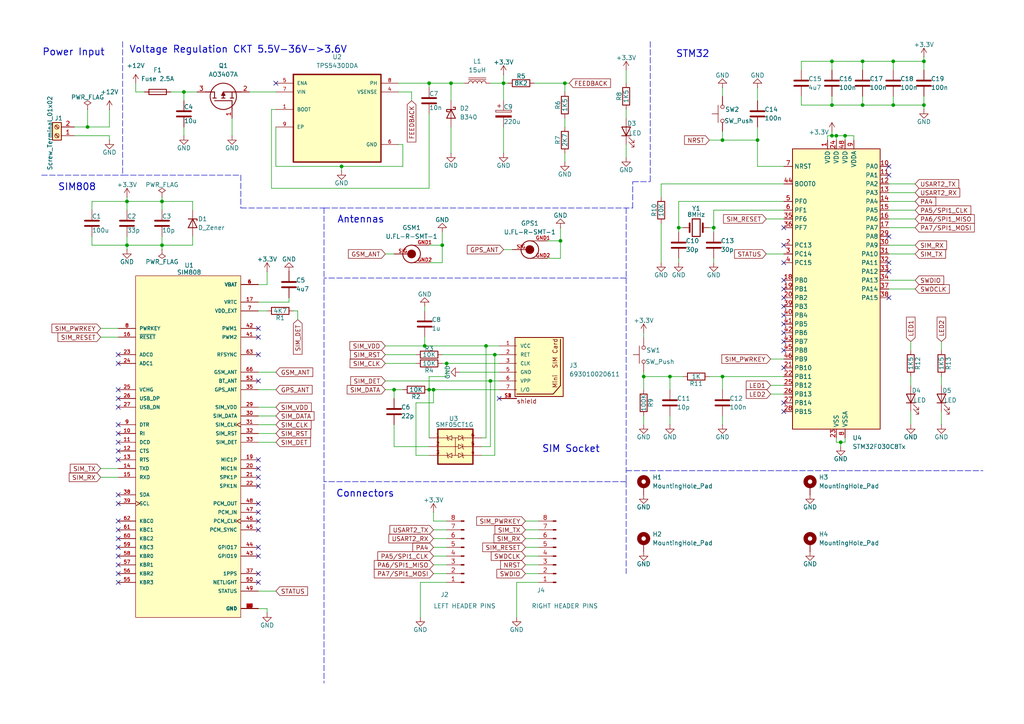
<source format=kicad_sch>
(kicad_sch (version 20250114) (generator "eeschema") (generator_version "9.0")
  (paper "A4")
  (text "Voltage Regulation CKT 5.5V-36V->3.6V" (at 69.088 14.478 0) (effects (font (size 2 2) (thickness 0.254) (bold yes))))
  (text "Connectors" (at 105.918 143.256 0) (effects (font (size 2 2) (thickness 0.254) (bold yes))))
  (text "STM32" (at 200.914 15.748 0) (effects (font (size 2 2) (thickness 0.254) (bold yes))))
  (text "SIM Socket" (at 165.608 130.302 0) (effects (font (size 2 2) (thickness 0.254) (bold yes))))
  (text "Power Input" (at 21.336 15.24 0) (effects (font (size 2 2) (thickness 0.254) (bold yes))))
  (text "SIM808" (at 22.352 54.356 0) (effects (font (size 2 2) (thickness 0.254) (bold yes))))
  (text "Antennas" (at 104.648 63.754 0) (effects (font (size 2 2) (thickness 0.254) (bold yes))))
  (junction (at 129.54 105.41))
  (junction (at 123.19 100.33))
  (junction (at 245.11 39.37))
  (junction (at 242.57 39.37))
  (junction (at 99.06 48.26))
  (junction (at 25.4 36.83))
  (junction (at 114.3 113.03))
  (junction (at 128.27 71.12))
  (junction (at 162.56 69.85))
  (junction (at 124.46 24.13))
  (junction (at 209.55 109.22))
  (junction (at 250.19 17.78))
  (junction (at 250.19 30.48))
  (junction (at 259.08 17.78))
  (junction (at 142.24 110.49))
  (junction (at 219.71 40.64))
  (junction (at 124.46 113.03))
  (junction (at 209.55 40.64))
  (junction (at 53.34 26.67))
  (junction (at 207.01 66.04))
  (junction (at 163.83 24.13))
  (junction (at 140.97 100.33))
  (junction (at 241.3 39.37))
  (junction (at 241.3 17.78))
  (junction (at 46.99 71.12))
  (junction (at 243.84 128.27))
  (junction (at 125.73 113.03))
  (junction (at 143.51 102.87))
  (junction (at 196.85 66.04))
  (junction (at 267.97 30.48))
  (junction (at 130.81 24.13))
  (junction (at 36.83 71.12))
  (junction (at 46.99 58.42))
  (junction (at 194.31 109.22))
  (junction (at 186.69 109.22))
  (junction (at 267.97 17.78))
  (junction (at 241.3 30.48))
  (junction (at 259.08 30.48))
  (junction (at 146.05 24.13))
  (junction (at 36.83 58.42))
  (no_connect (at 227.33 76.2))
  (no_connect (at 257.81 78.74))
  (no_connect (at 34.29 128.27))
  (no_connect (at 74.93 135.89))
  (no_connect (at 80.01 24.13))
  (no_connect (at 227.33 96.52))
  (no_connect (at 227.33 116.84))
  (no_connect (at 74.93 148.59))
  (no_connect (at 34.29 153.67))
  (no_connect (at 74.93 166.37))
  (no_connect (at 257.81 76.2))
  (no_connect (at 74.93 110.49))
  (no_connect (at 74.93 151.13))
  (no_connect (at 34.29 146.05))
  (no_connect (at 227.33 81.28))
  (no_connect (at 227.33 83.82))
  (no_connect (at 74.93 146.05))
  (no_connect (at 257.81 48.26))
  (no_connect (at 34.29 118.11))
  (no_connect (at 227.33 71.12))
  (no_connect (at 34.29 168.91))
  (no_connect (at 257.81 50.8))
  (no_connect (at 74.93 168.91))
  (no_connect (at 34.29 113.03))
  (no_connect (at 34.29 161.29))
  (no_connect (at 34.29 115.57))
  (no_connect (at 34.29 151.13))
  (no_connect (at 257.81 68.58))
  (no_connect (at 227.33 119.38))
  (no_connect (at 227.33 101.6))
  (no_connect (at 227.33 66.04))
  (no_connect (at 74.93 97.79))
  (no_connect (at 227.33 88.9))
  (no_connect (at 227.33 99.06))
  (no_connect (at 227.33 86.36))
  (no_connect (at 34.29 125.73))
  (no_connect (at 74.93 138.43))
  (no_connect (at 74.93 133.35))
  (no_connect (at 227.33 106.68))
  (no_connect (at 227.33 91.44))
  (no_connect (at 34.29 166.37))
  (no_connect (at 34.29 156.21))
  (no_connect (at 34.29 163.83))
  (no_connect (at 144.78 115.57))
  (no_connect (at 34.29 158.75))
  (no_connect (at 34.29 133.35))
  (no_connect (at 74.93 95.25))
  (no_connect (at 257.81 86.36))
  (no_connect (at 74.93 102.87))
  (no_connect (at 34.29 105.41))
  (no_connect (at 74.93 158.75))
  (no_connect (at 74.93 161.29))
  (no_connect (at 74.93 153.67))
  (no_connect (at 74.93 140.97))
  (no_connect (at 34.29 130.81))
  (no_connect (at 34.29 102.87))
  (no_connect (at 34.29 123.19))
  (no_connect (at 34.29 143.51))
  (no_connect (at 227.33 93.98))
  (polyline (pts (xy 181.61 80.645) (xy 181.61 80.645)) (stroke (width 0) (type dash)))
  (wire (pts (xy 163.83 34.29) (xy 163.83 36.83)))
  (wire (pts (xy 86.36 92.71) (xy 86.36 90.17)))
  (wire (pts (xy 74.93 87.63) (xy 83.82 87.63)))
  (wire (pts (xy 55.88 60.96) (xy 55.88 58.42)))
  (wire (pts (xy 139.7 127) (xy 140.97 127)))
  (wire (pts (xy 78.74 31.75) (xy 78.74 54.61)))
  (wire (pts (xy 181.61 20.32) (xy 181.61 24.13)))
  (wire (pts (xy 205.74 109.22) (xy 209.55 109.22)))
  (wire (pts (xy 222.25 63.5) (xy 227.33 63.5)))
  (wire (pts (xy 124.46 132.08) (xy 120.65 132.08)))
  (wire (pts (xy 53.34 26.67) (xy 53.34 29.21)))
  (wire (pts (xy 152.4 166.37) (xy 156.21 166.37)))
  (wire (pts (xy 205.74 40.64) (xy 209.55 40.64)))
  (polyline (pts (xy 181.61 136.525) (xy 285.115 136.525)) (stroke (width 0) (type dash)))
  (wire (pts (xy 209.55 109.22) (xy 227.33 109.22)))
  (wire (pts (xy 125.73 166.37) (xy 129.54 166.37)))
  (wire (pts (xy 143.51 102.87) (xy 144.78 102.87)))
  (wire (pts (xy 152.4 158.75) (xy 156.21 158.75)))
  (wire (pts (xy 125.73 113.03) (xy 144.78 113.03)))
  (wire (pts (xy 111.76 110.49) (xy 142.24 110.49)))
  (wire (pts (xy 158.75 74.93) (xy 162.56 74.93)))
  (wire (pts (xy 242.57 40.64) (xy 242.57 39.37)))
  (wire (pts (xy 74.93 90.17) (xy 77.47 90.17)))
  (wire (pts (xy 207.01 60.96) (xy 227.33 60.96)))
  (wire (pts (xy 123.19 88.9) (xy 123.19 90.17)))
  (wire (pts (xy 74.93 128.27) (xy 80.01 128.27)))
  (wire (pts (xy 124.46 25.4) (xy 124.46 24.13)))
  (wire (pts (xy 124.46 24.13) (xy 115.57 24.13)))
  (wire (pts (xy 116.84 41.91) (xy 115.57 41.91)))
  (wire (pts (xy 162.56 74.93) (xy 162.56 69.85)))
  (wire (pts (xy 53.34 36.83) (xy 53.34 39.37)))
  (wire (pts (xy 111.76 73.66) (xy 114.3 73.66)))
  (wire (pts (xy 128.27 76.2) (xy 128.27 71.12)))
  (wire (pts (xy 80.01 48.26) (xy 99.06 48.26)))
  (wire (pts (xy 257.81 58.42) (xy 265.43 58.42)))
  (wire (pts (xy 154.94 24.13) (xy 163.83 24.13)))
  (wire (pts (xy 80.01 36.83) (xy 80.01 48.26)))
  (wire (pts (xy 223.52 114.3) (xy 227.33 114.3)))
  (wire (pts (xy 267.97 27.94) (xy 267.97 30.48)))
  (wire (pts (xy 124.46 76.2) (xy 128.27 76.2)))
  (wire (pts (xy 46.99 68.58) (xy 46.99 71.12)))
  (wire (pts (xy 139.7 129.54) (xy 142.24 129.54)))
  (wire (pts (xy 124.46 113.03) (xy 125.73 113.03)))
  (wire (pts (xy 55.88 71.12) (xy 46.99 71.12)))
  (wire (pts (xy 259.08 17.78) (xy 259.08 20.32)))
  (wire (pts (xy 264.16 99.06) (xy 264.16 101.6)))
  (polyline (pts (xy 35.56 50.8) (xy 69.85 50.8)) (stroke (width 0) (type dash)))
  (wire (pts (xy 83.82 87.63) (xy 83.82 86.36)))
  (wire (pts (xy 242.57 39.37) (xy 241.3 39.37)))
  (wire (pts (xy 273.05 119.38) (xy 273.05 123.19)))
  (wire (pts (xy 207.01 74.93) (xy 207.01 76.2)))
  (wire (pts (xy 74.93 176.53) (xy 77.47 176.53)))
  (wire (pts (xy 29.21 135.89) (xy 34.29 135.89)))
  (wire (pts (xy 46.99 58.42) (xy 36.83 58.42)))
  (wire (pts (xy 142.24 24.13) (xy 146.05 24.13)))
  (wire (pts (xy 111.76 100.33) (xy 123.19 100.33)))
  (wire (pts (xy 123.19 100.33) (xy 123.19 97.79)))
  (wire (pts (xy 196.85 58.42) (xy 227.33 58.42)))
  (wire (pts (xy 267.97 17.78) (xy 267.97 20.32)))
  (wire (pts (xy 120.65 116.84) (xy 125.73 116.84)))
  (wire (pts (xy 196.85 66.04) (xy 198.12 66.04)))
  (wire (pts (xy 55.88 68.58) (xy 55.88 71.12)))
  (wire (pts (xy 259.08 27.94) (xy 259.08 30.48)))
  (wire (pts (xy 146.05 72.39) (xy 148.59 72.39)))
  (wire (pts (xy 99.06 48.26) (xy 116.84 48.26)))
  (wire (pts (xy 273.05 99.06) (xy 273.05 101.6)))
  (polyline (pts (xy 181.61 80.645) (xy 181.61 139.7)) (stroke (width 0) (type dash)))
  (polyline (pts (xy 181.61 60.325) (xy 181.61 80.645)) (stroke (width 0) (type dash)))
  (wire (pts (xy 25.4 31.75) (xy 25.4 36.83)))
  (wire (pts (xy 130.81 24.13) (xy 134.62 24.13)))
  (wire (pts (xy 186.69 109.22) (xy 186.69 113.03)))
  (wire (pts (xy 124.46 71.12) (xy 128.27 71.12)))
  (wire (pts (xy 36.83 71.12) (xy 36.83 72.39)))
  (wire (pts (xy 152.4 156.21) (xy 156.21 156.21)))
  (wire (pts (xy 129.54 151.13) (xy 125.73 151.13)))
  (polyline (pts (xy 12.065 50.8) (xy 35.56 50.8)) (stroke (width 0) (type dash)))
  (wire (pts (xy 191.77 64.77) (xy 191.77 76.2)))
  (wire (pts (xy 186.69 120.65) (xy 186.69 123.19)))
  (wire (pts (xy 124.46 33.02) (xy 124.46 54.61)))
  (wire (pts (xy 242.57 39.37) (xy 245.11 39.37)))
  (wire (pts (xy 124.46 54.61) (xy 78.74 54.61)))
  (wire (pts (xy 232.41 17.78) (xy 241.3 17.78)))
  (wire (pts (xy 245.11 127) (xy 245.11 128.27)))
  (wire (pts (xy 130.81 36.83) (xy 130.81 44.45)))
  (wire (pts (xy 125.73 158.75) (xy 129.54 158.75)))
  (wire (pts (xy 207.01 66.04) (xy 207.01 67.31)))
  (wire (pts (xy 99.06 48.26) (xy 99.06 49.53)))
  (wire (pts (xy 250.19 17.78) (xy 259.08 17.78)))
  (wire (pts (xy 191.77 53.34) (xy 191.77 57.15)))
  (wire (pts (xy 257.81 71.12) (xy 265.43 71.12)))
  (wire (pts (xy 241.3 38.1) (xy 241.3 39.37)))
  (wire (pts (xy 129.54 105.41) (xy 129.54 109.22)))
  (wire (pts (xy 119.38 26.67) (xy 119.38 29.21)))
  (wire (pts (xy 209.55 109.22) (xy 209.55 113.03)))
  (wire (pts (xy 36.83 57.15) (xy 36.83 58.42)))
  (wire (pts (xy 80.01 31.75) (xy 78.74 31.75)))
  (wire (pts (xy 196.85 58.42) (xy 196.85 66.04)))
  (wire (pts (xy 146.05 21.59) (xy 146.05 24.13)))
  (polyline (pts (xy 181.61 139.7) (xy 181.61 166.37)) (stroke (width 0) (type dash)))
  (wire (pts (xy 257.81 53.34) (xy 265.43 53.34)))
  (polyline (pts (xy 69.85 50.8) (xy 69.85 60.325)) (stroke (width 0) (type dash)))
  (wire (pts (xy 223.52 104.14) (xy 227.33 104.14)))
  (wire (pts (xy 116.84 48.26) (xy 116.84 41.91)))
  (wire (pts (xy 181.61 41.91) (xy 181.61 45.72)))
  (wire (pts (xy 241.3 17.78) (xy 241.3 20.32)))
  (wire (pts (xy 111.76 113.03) (xy 114.3 113.03)))
  (wire (pts (xy 181.61 31.75) (xy 181.61 34.29)))
  (wire (pts (xy 72.39 26.67) (xy 80.01 26.67)))
  (wire (pts (xy 264.16 109.22) (xy 264.16 111.76)))
  (wire (pts (xy 149.86 179.07) (xy 149.86 168.91)))
  (wire (pts (xy 257.81 63.5) (xy 265.43 63.5)))
  (wire (pts (xy 267.97 16.51) (xy 267.97 17.78)))
  (wire (pts (xy 46.99 60.96) (xy 46.99 58.42)))
  (wire (pts (xy 241.3 30.48) (xy 250.19 30.48)))
  (wire (pts (xy 259.08 30.48) (xy 267.97 30.48)))
  (wire (pts (xy 264.16 119.38) (xy 264.16 123.19)))
  (wire (pts (xy 259.08 17.78) (xy 267.97 17.78)))
  (wire (pts (xy 36.83 58.42) (xy 36.83 60.96)))
  (wire (pts (xy 152.4 153.67) (xy 156.21 153.67)))
  (wire (pts (xy 128.27 102.87) (xy 143.51 102.87)))
  (wire (pts (xy 245.11 40.64) (xy 245.11 39.37)))
  (wire (pts (xy 247.65 40.64) (xy 247.65 39.37)))
  (wire (pts (xy 53.34 26.67) (xy 57.15 26.67)))
  (wire (pts (xy 186.69 107.95) (xy 186.69 109.22)))
  (wire (pts (xy 245.11 39.37) (xy 247.65 39.37)))
  (wire (pts (xy 207.01 60.96) (xy 207.01 66.04)))
  (wire (pts (xy 129.54 105.41) (xy 144.78 105.41)))
  (wire (pts (xy 128.27 71.12) (xy 128.27 67.31)))
  (wire (pts (xy 267.97 30.48) (xy 267.97 31.75)))
  (wire (pts (xy 144.78 100.33) (xy 140.97 100.33)))
  (wire (pts (xy 222.25 73.66) (xy 227.33 73.66)))
  (wire (pts (xy 194.31 120.65) (xy 194.31 123.19)))
  (wire (pts (xy 128.27 105.41) (xy 129.54 105.41)))
  (polyline (pts (xy 183.515 60.325) (xy 183.515 52.705)) (stroke (width 0) (type dash)))
  (wire (pts (xy 162.56 69.85) (xy 162.56 66.04)))
  (wire (pts (xy 77.47 82.55) (xy 77.47 78.74)))
  (wire (pts (xy 46.99 71.12) (xy 46.99 72.39)))
  (wire (pts (xy 142.24 110.49) (xy 144.78 110.49)))
  (wire (pts (xy 120.65 132.08) (xy 120.65 116.84)))
  (wire (pts (xy 146.05 24.13) (xy 147.32 24.13)))
  (wire (pts (xy 242.57 127) (xy 242.57 128.27)))
  (polyline (pts (xy 93.98 60.325) (xy 93.98 198.12)) (stroke (width 0) (type dash)))
  (wire (pts (xy 86.36 90.17) (xy 85.09 90.17)))
  (wire (pts (xy 121.92 168.91) (xy 129.54 168.91)))
  (wire (pts (xy 133.35 107.95) (xy 144.78 107.95)))
  (wire (pts (xy 67.31 34.29) (xy 67.31 39.37)))
  (wire (pts (xy 125.73 151.13) (xy 125.73 148.59)))
  (wire (pts (xy 124.46 113.03) (xy 124.46 109.22)))
  (wire (pts (xy 194.31 113.03) (xy 194.31 109.22)))
  (wire (pts (xy 74.93 120.65) (xy 80.01 120.65)))
  (wire (pts (xy 124.46 109.22) (xy 129.54 109.22)))
  (wire (pts (xy 146.05 36.83) (xy 146.05 44.45)))
  (wire (pts (xy 25.4 36.83) (xy 31.75 36.83)))
  (wire (pts (xy 46.99 57.15) (xy 46.99 58.42)))
  (wire (pts (xy 21.59 36.83) (xy 25.4 36.83)))
  (wire (pts (xy 257.81 66.04) (xy 265.43 66.04)))
  (wire (pts (xy 74.93 118.11) (xy 80.01 118.11)))
  (wire (pts (xy 209.55 120.65) (xy 209.55 123.19)))
  (wire (pts (xy 36.83 71.12) (xy 36.83 68.58)))
  (wire (pts (xy 111.76 102.87) (xy 120.65 102.87)))
  (wire (pts (xy 142.24 129.54) (xy 142.24 110.49)))
  (wire (pts (xy 125.73 161.29) (xy 129.54 161.29)))
  (wire (pts (xy 207.01 66.04) (xy 205.74 66.04)))
  (wire (pts (xy 219.71 48.26) (xy 219.71 40.64)))
  (wire (pts (xy 227.33 48.26) (xy 219.71 48.26)))
  (wire (pts (xy 196.85 74.93) (xy 196.85 76.2)))
  (wire (pts (xy 114.3 113.03) (xy 114.3 115.57)))
  (wire (pts (xy 124.46 127) (xy 124.46 113.03)))
  (polyline (pts (xy 188.595 12.065) (xy 188.595 52.705)) (stroke (width 0) (type dash)))
  (wire (pts (xy 273.05 109.22) (xy 273.05 111.76)))
  (wire (pts (xy 240.03 39.37) (xy 241.3 39.37)))
  (wire (pts (xy 29.21 95.25) (xy 34.29 95.25)))
  (wire (pts (xy 152.4 151.13) (xy 156.21 151.13)))
  (wire (pts (xy 250.19 27.94) (xy 250.19 30.48)))
  (polyline (pts (xy 183.515 52.705) (xy 188.595 52.705)) (stroke (width 0) (type dash)))
  (wire (pts (xy 74.93 171.45) (xy 80.01 171.45)))
  (wire (pts (xy 26.67 71.12) (xy 36.83 71.12)))
  (wire (pts (xy 125.73 156.21) (xy 129.54 156.21)))
  (wire (pts (xy 209.55 38.1) (xy 209.55 40.64)))
  (polyline (pts (xy 181.61 80.645) (xy 93.98 80.645)) (stroke (width 0) (type dash)))
  (wire (pts (xy 241.3 17.78) (xy 250.19 17.78)))
  (wire (pts (xy 74.93 123.19) (xy 80.01 123.19)))
  (wire (pts (xy 29.21 97.79) (xy 34.29 97.79)))
  (wire (pts (xy 111.76 105.41) (xy 120.65 105.41)))
  (wire (pts (xy 125.73 153.67) (xy 129.54 153.67)))
  (wire (pts (xy 163.83 24.13) (xy 165.1 24.13)))
  (wire (pts (xy 74.93 125.73) (xy 80.01 125.73)))
  (wire (pts (xy 143.51 132.08) (xy 143.51 102.87)))
  (wire (pts (xy 26.67 60.96) (xy 26.67 58.42)))
  (wire (pts (xy 232.41 20.32) (xy 232.41 17.78)))
  (wire (pts (xy 194.31 109.22) (xy 198.12 109.22)))
  (wire (pts (xy 257.81 55.88) (xy 265.43 55.88)))
  (wire (pts (xy 152.4 161.29) (xy 156.21 161.29)))
  (wire (pts (xy 130.81 24.13) (xy 124.46 24.13)))
  (polyline (pts (xy 35.56 12.065) (xy 35.56 50.8)) (stroke (width 0) (type dash)))
  (wire (pts (xy 55.88 58.42) (xy 46.99 58.42)))
  (wire (pts (xy 257.81 73.66) (xy 265.43 73.66)))
  (wire (pts (xy 29.21 138.43) (xy 34.29 138.43)))
  (wire (pts (xy 46.99 71.12) (xy 36.83 71.12)))
  (wire (pts (xy 241.3 27.94) (xy 241.3 30.48)))
  (wire (pts (xy 31.75 39.37) (xy 31.75 40.64)))
  (wire (pts (xy 250.19 30.48) (xy 259.08 30.48)))
  (wire (pts (xy 163.83 24.13) (xy 163.83 26.67)))
  (wire (pts (xy 209.55 40.64) (xy 219.71 40.64)))
  (wire (pts (xy 191.77 53.34) (xy 227.33 53.34)))
  (wire (pts (xy 257.81 81.28) (xy 265.43 81.28)))
  (wire (pts (xy 49.53 26.67) (xy 53.34 26.67)))
  (wire (pts (xy 31.75 36.83) (xy 31.75 31.75)))
  (wire (pts (xy 114.3 113.03) (xy 116.84 113.03)))
  (polyline (pts (xy 181.61 139.7) (xy 93.98 139.7)) (stroke (width 0) (type dash)))
  (wire (pts (xy 140.97 127) (xy 140.97 100.33)))
  (wire (pts (xy 140.97 100.33) (xy 123.19 100.33)))
  (wire (pts (xy 124.46 129.54) (xy 114.3 129.54)))
  (wire (pts (xy 219.71 40.64) (xy 219.71 36.83)))
  (wire (pts (xy 74.93 82.55) (xy 77.47 82.55)))
  (wire (pts (xy 152.4 163.83) (xy 156.21 163.83)))
  (wire (pts (xy 186.69 96.52) (xy 186.69 97.79)))
  (wire (pts (xy 21.59 39.37) (xy 31.75 39.37)))
  (wire (pts (xy 125.73 116.84) (xy 125.73 113.03)))
  (wire (pts (xy 158.75 69.85) (xy 162.56 69.85)))
  (wire (pts (xy 130.81 29.21) (xy 130.81 24.13)))
  (polyline (pts (xy 69.85 60.325) (xy 93.98 60.325)) (stroke (width 0) (type dash)))
  (wire (pts (xy 219.71 25.4) (xy 219.71 29.21)))
  (wire (pts (xy 232.41 30.48) (xy 241.3 30.48)))
  (wire (pts (xy 209.55 25.4) (xy 209.55 27.94)))
  (wire (pts (xy 74.93 113.03) (xy 80.01 113.03)))
  (wire (pts (xy 41.91 26.67) (xy 39.37 26.67)))
  (wire (pts (xy 240.03 39.37) (xy 240.03 40.64)))
  (wire (pts (xy 257.81 60.96) (xy 265.43 60.96)))
  (wire (pts (xy 125.73 163.83) (xy 129.54 163.83)))
  (wire (pts (xy 74.93 107.95) (xy 80.01 107.95)))
  (wire (pts (xy 243.84 128.27) (xy 245.11 128.27)))
  (wire (pts (xy 250.19 17.78) (xy 250.19 20.32)))
  (wire (pts (xy 114.3 129.54) (xy 114.3 123.19)))
  (wire (pts (xy 115.57 26.67) (xy 119.38 26.67)))
  (wire (pts (xy 232.41 27.94) (xy 232.41 30.48)))
  (wire (pts (xy 223.52 111.76) (xy 227.33 111.76)))
  (wire (pts (xy 39.37 26.67) (xy 39.37 24.13)))
  (wire (pts (xy 257.81 83.82) (xy 265.43 83.82)))
  (wire (pts (xy 121.92 179.07) (xy 121.92 168.91)))
  (wire (pts (xy 196.85 66.04) (xy 196.85 67.31)))
  (wire (pts (xy 186.69 109.22) (xy 194.31 109.22)))
  (wire (pts (xy 26.67 68.58) (xy 26.67 71.12)))
  (wire (pts (xy 149.86 168.91) (xy 156.21 168.91)))
  (wire (pts (xy 242.57 128.27) (xy 243.84 128.27)))
  (wire (pts (xy 26.67 58.42) (xy 36.83 58.42)))
  (wire (pts (xy 146.05 24.13) (xy 146.05 29.21)))
  (wire (pts (xy 139.7 132.08) (xy 143.51 132.08)))
  (wire (pts (xy 163.83 44.45) (xy 163.83 46.99)))
  (wire (pts (xy 243.84 128.27) (xy 243.84 129.54)))
  (wire (pts (xy 77.47 176.53) (xy 77.47 177.8)))
  (polyline (pts (xy 93.98 60.325) (xy 183.515 60.325)) (stroke (width 0) (type dash)))
  (global_label "SIM_TX" (shape input) (at 29.21 135.89 180) (property "Intersheetrefs" "${INTERSHEET_REFS}" (effects (hide yes))))
  (global_label "PA6{slash}SPI1_MISO" (shape input) (at 125.73 163.83 180) (property "Intersheetrefs" "${INTERSHEET_REFS}" (effects (hide yes))))
  (global_label "SIM_DET" (shape input) (at 86.36 92.71 270) (property "Intersheetrefs" "${INTERSHEET_REFS}" (effects (hide yes))))
  (global_label "LED1" (shape input) (at 223.52 111.76 180) (property "Intersheetrefs" "${INTERSHEET_REFS}" (effects (hide yes))))
  (global_label "PA7{slash}SPI1_MOSI" (shape input) (at 125.73 166.37 180) (property "Intersheetrefs" "${INTERSHEET_REFS}" (effects (hide yes))))
  (global_label "SIM_RST" (shape input) (at 111.76 102.87 180) (property "Intersheetrefs" "${INTERSHEET_REFS}" (effects (hide yes))))
  (global_label "SIM_PWRKEY" (shape input) (at 152.4 151.13 180) (property "Intersheetrefs" "${INTERSHEET_REFS}" (effects (hide yes))))
  (global_label "SIM_RST" (shape input) (at 80.01 125.73 0) (property "Intersheetrefs" "${INTERSHEET_REFS}" (effects (hide yes))))
  (global_label "SIM_RESET" (shape input) (at 222.25 63.5 180) (property "Intersheetrefs" "${INTERSHEET_REFS}" (effects (hide yes))))
  (global_label "SIM_PWRKEY" (shape input) (at 29.21 95.25 180) (property "Intersheetrefs" "${INTERSHEET_REFS}" (effects (hide yes))))
  (global_label "GPS_ANT" (shape input) (at 80.01 113.03 0) (property "Intersheetrefs" "${INTERSHEET_REFS}" (effects (hide yes))))
  (global_label "PA6{slash}SPI1_MISO" (shape input) (at 265.43 63.5 0) (property "Intersheetrefs" "${INTERSHEET_REFS}" (effects (hide yes))))
  (global_label "SIM_DATA" (shape input) (at 111.76 113.03 180) (property "Intersheetrefs" "${INTERSHEET_REFS}" (effects (hide yes))))
  (global_label "SIM_DET" (shape input) (at 80.01 128.27 0) (property "Intersheetrefs" "${INTERSHEET_REFS}" (effects (hide yes))))
  (global_label "LED2" (shape input) (at 223.52 114.3 180) (property "Intersheetrefs" "${INTERSHEET_REFS}" (effects (hide yes))))
  (global_label "SIM_TX" (shape input) (at 152.4 153.67 180) (property "Intersheetrefs" "${INTERSHEET_REFS}" (effects (hide yes))))
  (global_label "SIM_VDD" (shape input) (at 80.01 118.11 0) (property "Intersheetrefs" "${INTERSHEET_REFS}" (effects (hide yes))))
  (global_label "SIM_CLK" (shape input) (at 80.01 123.19 0) (property "Intersheetrefs" "${INTERSHEET_REFS}" (effects (hide yes))))
  (global_label "SWDIO" (shape input) (at 152.4 166.37 180) (property "Intersheetrefs" "${INTERSHEET_REFS}" (effects (hide yes))))
  (global_label "SWDIO" (shape input) (at 265.43 81.28 0) (property "Intersheetrefs" "${INTERSHEET_REFS}" (effects (hide yes))))
  (global_label "PA7{slash}SPI1_MOSI" (shape input) (at 265.43 66.04 0) (property "Intersheetrefs" "${INTERSHEET_REFS}" (effects (hide yes))))
  (global_label "LED2" (shape input) (at 273.05 99.06 90) (property "Intersheetrefs" "${INTERSHEET_REFS}" (effects (hide yes))))
  (global_label "SIM_RX" (shape input) (at 152.4 156.21 180) (property "Intersheetrefs" "${INTERSHEET_REFS}" (effects (hide yes))))
  (global_label "FEEDBACK" (shape input) (at 165.1 24.13 0) (property "Intersheetrefs" "${INTERSHEET_REFS}" (effects (hide yes))))
  (global_label "PA5{slash}SPI1_CLK" (shape input) (at 125.73 161.29 180) (property "Intersheetrefs" "${INTERSHEET_REFS}" (effects (hide yes))))
  (global_label "SIM_RESET" (shape input) (at 152.4 158.75 180) (property "Intersheetrefs" "${INTERSHEET_REFS}" (effects (hide yes))))
  (global_label "SIM_DET" (shape input) (at 111.76 110.49 180) (property "Intersheetrefs" "${INTERSHEET_REFS}" (effects (hide yes))))
  (global_label "GPS_ANT" (shape input) (at 146.05 72.39 180) (property "Intersheetrefs" "${INTERSHEET_REFS}" (effects (hide yes))))
  (global_label "SWDCLK" (shape input) (at 265.43 83.82 0) (property "Intersheetrefs" "${INTERSHEET_REFS}" (effects (hide yes))))
  (global_label "USART2_TX" (shape input) (at 125.73 153.67 180) (property "Intersheetrefs" "${INTERSHEET_REFS}" (effects (hide yes))))
  (global_label "GSM_ANT" (shape input) (at 80.01 107.95 0) (property "Intersheetrefs" "${INTERSHEET_REFS}" (effects (hide yes))))
  (global_label "USART2_RX" (shape input) (at 125.73 156.21 180) (property "Intersheetrefs" "${INTERSHEET_REFS}" (effects (hide yes))))
  (global_label "PA4" (shape input) (at 125.73 158.75 180) (property "Intersheetrefs" "${INTERSHEET_REFS}" (effects (hide yes))))
  (global_label "USART2_TX" (shape input) (at 265.43 53.34 0) (property "Intersheetrefs" "${INTERSHEET_REFS}" (effects (hide yes))))
  (global_label "SIM_VDD" (shape input) (at 111.76 100.33 180) (property "Intersheetrefs" "${INTERSHEET_REFS}" (effects (hide yes))))
  (global_label "STATUS" (shape input) (at 80.01 171.45 0) (property "Intersheetrefs" "${INTERSHEET_REFS}" (effects (hide yes))))
  (global_label "SIM_RX" (shape input) (at 29.21 138.43 180) (property "Intersheetrefs" "${INTERSHEET_REFS}" (effects (hide yes))))
  (global_label "PA4" (shape input) (at 265.43 58.42 0) (property "Intersheetrefs" "${INTERSHEET_REFS}" (effects (hide yes))))
  (global_label "LED1" (shape input) (at 264.16 99.06 90) (property "Intersheetrefs" "${INTERSHEET_REFS}" (effects (hide yes))))
  (global_label "GSM_ANT" (shape input) (at 111.76 73.66 180) (property "Intersheetrefs" "${INTERSHEET_REFS}" (effects (hide yes))))
  (global_label "USART2_RX" (shape input) (at 265.43 55.88 0) (property "Intersheetrefs" "${INTERSHEET_REFS}" (effects (hide yes))))
  (global_label "PA5{slash}SPI1_CLK" (shape input) (at 265.43 60.96 0) (property "Intersheetrefs" "${INTERSHEET_REFS}" (effects (hide yes))))
  (global_label "SIM_PWRKEY" (shape input) (at 223.52 104.14 180) (property "Intersheetrefs" "${INTERSHEET_REFS}" (effects (hide yes))))
  (global_label "FEEDBACK" (shape input) (at 119.38 29.21 270) (property "Intersheetrefs" "${INTERSHEET_REFS}" (effects (hide yes))))
  (global_label "SIM_RESET" (shape input) (at 29.21 97.79 180) (property "Intersheetrefs" "${INTERSHEET_REFS}" (effects (hide yes))))
  (global_label "SWDCLK" (shape input) (at 152.4 161.29 180) (property "Intersheetrefs" "${INTERSHEET_REFS}" (effects (hide yes))))
  (global_label "SIM_CLK" (shape input) (at 111.76 105.41 180) (property "Intersheetrefs" "${INTERSHEET_REFS}" (effects (hide yes))))
  (global_label "NRST" (shape input) (at 205.74 40.64 180) (property "Intersheetrefs" "${INTERSHEET_REFS}" (effects (hide yes))))
  (global_label "SIM_DATA" (shape input) (at 80.01 120.65 0) (property "Intersheetrefs" "${INTERSHEET_REFS}" (effects (hide yes))))
  (global_label "STATUS" (shape input) (at 222.25 73.66 180) (property "Intersheetrefs" "${INTERSHEET_REFS}" (effects (hide yes))))
  (global_label "SIM_TX" (shape input) (at 265.43 73.66 0) (property "Intersheetrefs" "${INTERSHEET_REFS}" (effects (hide yes))))
  (global_label "SIM_RX" (shape input) (at 265.43 71.12 0) (property "Intersheetrefs" "${INTERSHEET_REFS}" (effects (hide yes))))
  (global_label "NRST" (shape input) (at 152.4 163.83 180) (property "Intersheetrefs" "${INTERSHEET_REFS}" (effects (hide yes))))
  (symbol (lib_id "power:GND") (at 146.05 44.45 0) (unit 1)
    (property "Reference" "#PWR011" (effects (hide yes)))
    (property "Value" "GND" (at 146.05 48.006 0))
    (property "Description" "Power symbol creates a global label with name \"GND\" , ground" (effects (hide yes)))
  )
  (symbol (lib_id "Device:C") (at 241.3 24.13 0) (unit 1)
    (property "Reference" "C16" (at 243.332 22.86 0) (effects (justify left)))
    (property "Value" "100n" (at 243.332 25.4 0) (effects (justify left)))
    (property "Footprint" "Capacitor_SMD:C_0402_1005Metric" (effects (hide yes)))
    (property "Description" "Unpolarized capacitor" (effects (hide yes)))
  )
  (symbol (lib_id "power:GND") (at 163.83 46.99 0) (unit 1)
    (property "Reference" "#PWR013" (effects (hide yes)))
    (property "Value" "GND" (at 163.83 50.546 0))
    (property "Description" "Power symbol creates a global label with name \"GND\" , ground" (effects (hide yes)))
  )
  (symbol (lib_id "Device:LED") (at 181.61 38.1 90) (unit 1)
    (property "Reference" "D3" (at 181.864 35.814 90) (effects (justify right)))
    (property "Value" "LED" (at 182.372 38.608 90) (effects (justify right)))
    (property "Footprint" "LED_SMD:LED_0201_0603Metric" (effects (hide yes)))
    (property "Description" "Light emitting diode" (effects (hide yes)))
    (property "Sim.Pins" "1=K 2=A" (effects (hide yes)))
  )
  (symbol (lib_id "power:GND") (at 191.77 76.2 0) (unit 1)
    (property "Reference" "#PWR022" (effects (hide yes)))
    (property "Value" "GND" (at 191.77 79.756 0))
    (property "Description" "Power symbol creates a global label with name \"GND\" , ground" (effects (hide yes)))
  )
  (symbol (lib_id "power:GND") (at 273.05 123.19 0) (unit 1)
    (property "Reference" "#PWR032" (effects (hide yes)))
    (property "Value" "GND" (at 273.05 126.746 0))
    (property "Description" "Power symbol creates a global label with name \"GND\" , ground" (effects (hide yes)))
  )
  (symbol (lib_id "Device:R") (at 151.13 24.13 90) (unit 1)
    (property "Reference" "R5" (at 151.13 22.098 90))
    (property "Value" "8K2" (at 151.13 24.13 90))
    (property "Footprint" "Resistor_SMD:R_0805_2012Metric" (effects (hide yes)))
    (property "Description" "Resistor" (effects (hide yes)))
  )
  (symbol (lib_id "power:GND") (at 149.86 179.07 0) (unit 1)
    (property "Reference" "#PWR036" (effects (hide yes)))
    (property "Value" "GND" (at 149.86 182.626 0))
    (property "Description" "Power symbol creates a global label with name \"GND\" , ground" (effects (hide yes)))
  )
  (symbol (lib_id "TPS5430DDA:TPS5430DDA") (at 97.79 34.29 0) (unit 1)
    (property "Reference" "U2" (at 97.79 16.51 0))
    (property "Value" "TPS5430DDA" (at 97.79 19.05 0))
    (property "Footprint" "Footprints:VREG_LM5017MR_NOPB" (effects (hide yes)))
    (property "MF" "Texas Instruments" (effects (hide yes)))
    (property "Description_1" "5.5V to 36V Input, 3A, 500kHz Step-Down Converter" (effects (hide yes)))
    (property "Package" "HSOIC-8 Texas Instruments" (effects (hide yes)))
    (property "Price" "None" (effects (hide yes)))
    (property "SnapEDA_Link" "https://www.snapeda.com/parts/TPS5430DDA/Texas+Instruments/view-part/?ref=snap" (effects (hide yes)))
    (property "MP" "TPS5430DDA" (effects (hide yes)))
    (property "Purchase-URL" "https://www.snapeda.com/api/url_track_click_mouser/?unipart_id=226174&manufacturer=Texas Instruments&part_name=TPS5430DDA&search_term=tps5430dda" (effects (hide yes)))
    (property "Availability" "In Stock" (effects (hide yes)))
    (property "Check_prices" "https://www.snapeda.com/parts/TPS5430DDA/Texas+Instruments/view-part/?ref=eda" (effects (hide yes)))
  )
  (symbol (lib_id "power:GND") (at 77.47 177.8 0) (unit 1)
    (property "Reference" "#PWR05" (effects (hide yes)))
    (property "Value" "GND" (at 77.47 181.356 0))
    (property "Description" "Power symbol creates a global label with name \"GND\" , ground" (effects (hide yes)))
  )
  (symbol (lib_id "power:GND") (at 31.75 40.64 0) (unit 1)
    (property "Reference" "#PWR034" (effects (hide yes)))
    (property "Value" "GND" (at 31.75 44.196 0))
    (property "Description" "Power symbol creates a global label with name \"GND\" , ground" (effects (hide yes)))
  )
  (symbol (lib_id "Device:C") (at 114.3 119.38 0) (unit 1)
    (property "Reference" "C6" (at 116.332 118.11 0) (effects (justify left)))
    (property "Value" "22p" (at 116.332 120.65 0) (effects (justify left)))
    (property "Footprint" "Capacitor_SMD:C_0402_1005Metric" (effects (hide yes)))
    (property "Description" "Unpolarized capacitor" (effects (hide yes)))
  )
  (symbol (lib_id "Device:R") (at 120.65 113.03 270) (unit 1)
    (property "Reference" "R2" (at 120.65 115.062 90))
    (property "Value" "10K" (at 120.65 113.03 90))
    (property "Footprint" "Resistor_SMD:R_0402_1005Metric" (effects (hide yes)))
    (property "Description" "Resistor" (effects (hide yes)))
  )
  (symbol (lib_id "Device:R") (at 81.28 90.17 90) (unit 1)
    (property "Reference" "R1" (at 81.28 92.202 90))
    (property "Value" "4K7" (at 81.28 90.17 90))
    (property "Footprint" "Resistor_SMD:R_0402_1005Metric" (effects (hide yes)))
    (property "Description" "Resistor" (effects (hide yes)))
  )
  (symbol (lib_id "Device:C") (at 26.67 64.77 0) (unit 1)
    (property "Reference" "C1" (at 26.67 62.738 0) (effects (justify left)))
    (property "Value" "100u" (at 26.67 66.802 0) (effects (justify left)))
    (property "Footprint" "Capacitor_SMD:C_1206_3216Metric" (effects (hide yes)))
    (property "Description" "Unpolarized capacitor" (effects (hide yes)))
  )
  (symbol (lib_id "MCU_ST_STM32F0:STM32F030C8Tx") (at 242.57 83.82 0) (unit 1)
    (property "Reference" "U4" (at 247.2533 127 0) (effects (justify left)))
    (property "Value" "STM32F030C8Tx" (at 247.2533 129.54 0) (effects (justify left)))
    (property "Footprint" "Package_QFP:LQFP-48_7x7mm_P0.5mm" (effects (hide yes)))
    (property "Datasheet" "https://www.st.com/resource/en/datasheet/stm32f030c8.pdf" (effects (hide yes)))
    (property "Description" "STMicroelectronics Arm Cortex-M0 MCU, 64KB flash, 8KB RAM, 48 MHz, 2.4-3.6V, 39 GPIO, LQFP48" (effects (hide yes)))
  )
  (symbol (lib_id "power:GND") (at 53.34 39.37 0) (unit 1)
    (property "Reference" "#PWR07" (effects (hide yes)))
    (property "Value" "GND" (at 53.34 42.926 0))
    (property "Description" "Power symbol creates a global label with name \"GND\" , ground" (effects (hide yes)))
  )
  (symbol (lib_id "power:+3.3V") (at 186.69 96.52 0) (unit 1)
    (property "Reference" "#PWR024" (effects (hide yes)))
    (property "Value" "+3.3V" (at 186.69 92.964 0))
    (property "Description" "Power symbol creates a global label with name \"+3.3V\"" (effects (hide yes)))
  )
  (symbol (lib_id "power:GND") (at 186.69 123.19 0) (unit 1)
    (property "Reference" "#PWR025" (effects (hide yes)))
    (property "Value" "GND" (at 186.69 126.746 0))
    (property "Description" "Power symbol creates a global label with name \"GND\" , ground" (effects (hide yes)))
  )
  (symbol (lib_id "power:PWR_FLAG") (at 46.99 72.39 180) (unit 1)
    (property "Reference" "#FLG02" (effects (hide yes)))
    (property "Value" "PWR_FLAG" (at 46.99 75.946 0))
    (property "Description" "Special symbol for telling ERC where power comes from" (effects (hide yes)))
  )
  (symbol (lib_id "power:+3.3V") (at 181.61 20.32 0) (unit 1)
    (property "Reference" "#PWR015" (effects (hide yes)))
    (property "Value" "+3.3V" (at 181.61 16.764 0))
    (property "Description" "Power symbol creates a global label with name \"+3.3V\"" (effects (hide yes)))
  )
  (symbol (lib_id "power:GND") (at 67.31 39.37 0) (unit 1)
    (property "Reference" "#PWR06" (effects (hide yes)))
    (property "Value" "GND" (at 67.31 42.926 0))
    (property "Description" "Power symbol creates a global label with name \"GND\" , ground" (effects (hide yes)))
  )
  (symbol (lib_id "power:GND") (at 36.83 72.39 0) (unit 1)
    (property "Reference" "#PWR04" (effects (hide yes)))
    (property "Value" "GND" (at 36.83 75.946 0))
    (property "Description" "Power symbol creates a global label with name \"GND\" , ground" (effects (hide yes)))
  )
  (symbol (lib_id "Device:R") (at 124.46 105.41 270) (unit 1)
    (property "Reference" "R4" (at 124.46 107.442 90))
    (property "Value" "10K" (at 124.46 105.41 90))
    (property "Footprint" "Resistor_SMD:R_0402_1005Metric" (effects (hide yes)))
    (property "Description" "Resistor" (effects (hide yes)))
  )
  (symbol (lib_id "Device:L_Iron") (at 138.43 24.13 90) (unit 1)
    (property "Reference" "L1" (at 138.43 17.78 90))
    (property "Value" "15uH" (at 138.43 20.32 90))
    (property "Footprint" "Inductor_SMD:L_10.4x10.4_H4.8" (effects (hide yes)))
    (property "Description" "Inductor with iron core" (effects (hide yes)))
  )
  (symbol (lib_id "power:GND") (at 194.31 123.19 0) (unit 1)
    (property "Reference" "#PWR026" (effects (hide yes)))
    (property "Value" "GND" (at 194.31 126.746 0))
    (property "Description" "Power symbol creates a global label with name \"GND\" , ground" (effects (hide yes)))
  )
  (symbol (lib_id "AO3407A:AO3407A") (at 67.31 34.29 90) (unit 1)
    (property "Reference" "Q1" (at 64.77 19.05 90))
    (property "Value" "AO3407A" (at 64.77 21.59 90))
    (property "Footprint" "Footprints:SOT95P280X125-3N" (effects (hide yes)))
    (property "Datasheet" "http://www.aosmd.com/pdfs/datasheet/ao3407a.pdf" (effects (hide yes)))
    (property "Description" "MOSFET P-CH 30V 4.3A SOT23" (effects (hide yes)))
    (property "Height" "1.25" (effects (hide yes)))
    (property "Manufacturer_Name" "Alpha & Omega Semiconductors" (effects (hide yes)))
    (property "Manufacturer_Part_Number" "AO3407A" (effects (hide yes)))
    (property "Arrow Part Number" "AO3407A" (effects (hide yes)))
    (property "Arrow Price/Stock" "https://www.arrow.com/en/products/ao3407a/alpha-and-omega-semiconductor?utm_currency=USD&region=nac" (effects (hide yes)))
  )
  (symbol (lib_id "Device:C") (at 196.85 71.12 0) (unit 1)
    (property "Reference" "C10" (at 198.882 69.85 0) (effects (justify left)))
    (property "Value" "30p" (at 198.882 72.39 0) (effects (justify left)))
    (property "Footprint" "Capacitor_SMD:C_0402_1005Metric" (effects (hide yes)))
    (property "Description" "Unpolarized capacitor" (effects (hide yes)))
  )
  (symbol (lib_id "Device:C") (at 36.83 64.77 0) (unit 1)
    (property "Reference" "C2" (at 36.83 62.738 0) (effects (justify left)))
    (property "Value" "33p" (at 36.83 66.802 0) (effects (justify left)))
    (property "Footprint" "Capacitor_SMD:C_0402_1005Metric" (effects (hide yes)))
    (property "Description" "Unpolarized capacitor" (effects (hide yes)))
  )
  (symbol (lib_id "Device:C") (at 123.19 93.98 0) (unit 1)
    (property "Reference" "C8" (at 125.222 92.71 0) (effects (justify left)))
    (property "Value" "1u" (at 125.222 95.25 0) (effects (justify left)))
    (property "Footprint" "Capacitor_SMD:C_0402_1005Metric" (effects (hide yes)))
    (property "Description" "Unpolarized capacitor" (effects (hide yes)))
  )
  (symbol (lib_id "power:GND") (at 99.06 49.53 0) (unit 1)
    (property "Reference" "#PWR09" (effects (hide yes)))
    (property "Value" "GND" (at 99.06 53.086 0))
    (property "Description" "Power symbol creates a global label with name \"GND\" , ground" (effects (hide yes)))
  )
  (symbol (lib_id "Device:LED") (at 264.16 115.57 90) (unit 1)
    (property "Reference" "D4" (at 264.414 113.284 90) (effects (justify right)))
    (property "Value" "LED" (at 264.922 116.078 90) (effects (justify right)))
    (property "Footprint" "LED_SMD:LED_0201_0603Metric" (effects (hide yes)))
    (property "Description" "Light emitting diode" (effects (hide yes)))
    (property "Sim.Pins" "1=K 2=A" (effects (hide yes)))
  )
  (symbol (lib_id "power:+3.3V") (at 267.97 16.51 0) (unit 1)
    (property "Reference" "#PWR029" (effects (hide yes)))
    (property "Value" "+3.3V" (at 267.97 12.954 0))
    (property "Description" "Power symbol creates a global label with name \"+3.3V\"" (effects (hide yes)))
  )
  (symbol (lib_id "Device:C") (at 53.34 33.02 0) (unit 1)
    (property "Reference" "C4" (at 53.34 30.988 0) (effects (justify left)))
    (property "Value" "10u" (at 53.34 35.052 0) (effects (justify left)))
    (property "Footprint" "Capacitor_SMD:C_0805_2012Metric" (effects (hide yes)))
    (property "Description" "Unpolarized capacitor" (effects (hide yes)))
  )
  (symbol (lib_id "Device:R") (at 163.83 40.64 180) (unit 1)
    (property "Reference" "R7" (at 161.798 40.64 90))
    (property "Value" "2K7" (at 163.83 40.64 90))
    (property "Footprint" "Resistor_SMD:R_0805_2012Metric" (effects (hide yes)))
    (property "Description" "Resistor" (effects (hide yes)))
  )
  (symbol (lib_id "Connector:Screw_Terminal_01x02") (at 16.51 39.37 180) (unit 1)
    (property "Reference" "J1" (at 17.018 34.29 0))
    (property "Value" "Screw_Terminal_01x02" (at 14.478 38.608 90))
    (property "Footprint" "TerminalBlock:TerminalBlock_bornier-2_P5.08mm" (effects (hide yes)))
    (property "Description" "Generic screw terminal, single row, 01x02, script generated (kicad-library-utils/schlib/autogen/connector/)" (effects (hide yes)))
  )
  (symbol (lib_id "Device:C") (at 209.55 116.84 0) (unit 1)
    (property "Reference" "C12" (at 211.582 115.57 0) (effects (justify left)))
    (property "Value" "100n" (at 211.582 118.11 0) (effects (justify left)))
    (property "Footprint" "Capacitor_SMD:C_0402_1005Metric" (effects (hide yes)))
    (property "Description" "Unpolarized capacitor" (effects (hide yes)))
  )
  (symbol (lib_id "Switch:SW_Push") (at 186.69 102.87 90) (unit 1)
    (property "Reference" "SW1" (at 187.452 101.6 90) (effects (justify right)))
    (property "Value" "SW_Push" (at 187.198 104.902 90) (effects (justify right)))
    (property "Footprint" "Button_Switch_SMD:SW_Push_1P1T_NO_CK_KSC6xxJ" (effects (hide yes)))
    (property "Description" "Push button switch, generic, two pins" (effects (hide yes)))
  )
  (symbol (lib_id "power:GND") (at 196.85 76.2 0) (unit 1)
    (property "Reference" "#PWR018" (effects (hide yes)))
    (property "Value" "GND" (at 196.85 79.756 0))
    (property "Description" "Power symbol creates a global label with name \"GND\" , ground" (effects (hide yes)))
  )
  (symbol (lib_id "power:+3.3V") (at 241.3 38.1 0) (unit 1)
    (property "Reference" "#PWR023" (effects (hide yes)))
    (property "Value" "+3.3V" (at 237.49 38.354 0))
    (property "Description" "Power symbol creates a global label with name \"+3.3V\"" (effects (hide yes)))
  )
  (symbol (lib_id "Device:C") (at 124.46 29.21 0) (unit 1)
    (property "Reference" "C7" (at 124.46 27.178 0) (effects (justify left)))
    (property "Value" "10n" (at 124.46 31.242 0) (effects (justify left)))
    (property "Footprint" "Capacitor_SMD:C_0201_0603Metric" (effects (hide yes)))
    (property "Description" "Unpolarized capacitor" (effects (hide yes)))
  )
  (symbol (lib_id "Device:R") (at 124.46 102.87 270) (unit 1)
    (property "Reference" "R3" (at 124.46 101.092 90))
    (property "Value" "10K" (at 124.46 102.87 90))
    (property "Footprint" "Resistor_SMD:R_0402_1005Metric" (effects (hide yes)))
    (property "Description" "Resistor" (effects (hide yes)))
  )
  (symbol (lib_id "Device:Crystal") (at 201.93 66.04 0) (unit 1)
    (property "Reference" "Y1" (at 201.93 60.452 0))
    (property "Value" "8MHz" (at 201.93 62.23 0))
    (property "Footprint" "Crystal:Crystal_SMD_5032-2Pin_5.0x3.2mm" (effects (hide yes)))
    (property "Description" "Two pin crystal" (effects (hide yes)))
  )
  (symbol (lib_id "power:GND") (at 128.27 67.31 180) (unit 1)
    (property "Reference" "#PWR038" (effects (hide yes)))
    (property "Value" "GND" (at 128.27 63.754 0))
    (property "Description" "Power symbol creates a global label with name \"GND\" , ground" (effects (hide yes)))
  )
  (symbol (lib_id "power:GND") (at 219.71 25.4 180) (unit 1)
    (property "Reference" "#PWR021" (effects (hide yes)))
    (property "Value" "GND" (at 219.71 21.844 0))
    (property "Description" "Power symbol creates a global label with name \"GND\" , ground" (effects (hide yes)))
  )
  (symbol (lib_id "power:GND") (at 186.69 160.02 0) (unit 1)
    (property "Reference" "#PWR042" (effects (hide yes)))
    (property "Value" "GND" (at 186.69 163.576 0))
    (property "Description" "Power symbol creates a global label with name \"GND\" , ground" (effects (hide yes)))
  )
  (symbol (lib_id "power:GND") (at 234.95 143.51 0) (unit 1)
    (property "Reference" "#PWR041" (effects (hide yes)))
    (property "Value" "GND" (at 234.95 147.066 0))
    (property "Description" "Power symbol creates a global label with name \"GND\" , ground" (effects (hide yes)))
  )
  (symbol (lib_id "power:+3.3V") (at 146.05 21.59 0) (unit 1)
    (property "Reference" "#PWR012" (effects (hide yes)))
    (property "Value" "+3.3V" (at 146.05 18.034 0))
    (property "Description" "Power symbol creates a global label with name \"+3.3V\"" (effects (hide yes)))
  )
  (symbol (lib_id "Connector:Conn_01x08_Pin") (at 134.62 161.29 180) (unit 1)
    (property "Reference" "J2" (at 127.762 172.466 0) (effects (justify right)))
    (property "Value" "LEFT HEADER PINS" (at 125.73 175.768 0) (effects (justify right)))
    (property "Footprint" "Connector_PinHeader_2.54mm:PinHeader_1x08_P2.54mm_Vertical" (effects (hide yes)))
    (property "Description" "Generic connector, single row, 01x08, script generated" (effects (hide yes)))
  )
  (symbol (lib_id "power:PWR_FLAG") (at 25.4 31.75 0) (unit 1)
    (property "Reference" "#FLG03" (effects (hide yes)))
    (property "Value" "PWR_FLAG" (at 25.4 28.194 0))
    (property "Description" "Special symbol for telling ERC where power comes from" (effects (hide yes)))
  )
  (symbol (lib_id "power:GND") (at 123.19 88.9 180) (unit 1)
    (property "Reference" "#PWR016" (effects (hide yes)))
    (property "Value" "GND" (at 123.19 85.344 0))
    (property "Description" "Power symbol creates a global label with name \"GND\" , ground" (effects (hide yes)))
  )
  (symbol (lib_id "Device:C") (at 46.99 64.77 0) (unit 1)
    (property "Reference" "C3" (at 46.99 62.738 0) (effects (justify left)))
    (property "Value" "10p" (at 46.99 66.802 0) (effects (justify left)))
    (property "Footprint" "Capacitor_SMD:C_0402_1005Metric" (effects (hide yes)))
    (property "Description" "Unpolarized capacitor" (effects (hide yes)))
  )
  (symbol (lib_id "Device:C_Polarized") (at 146.05 33.02 0) (unit 1)
    (property "Reference" "C9" (at 146.05 30.988 0) (effects (justify left)))
    (property "Value" "220u" (at 146.05 35.306 0) (effects (justify left)))
    (property "Footprint" "Capacitor_Tantalum_SMD:CP_EIA-7343-15_Kemet-W" (effects (hide yes)))
    (property "Description" "Polarized capacitor" (effects (hide yes)))
  )
  (symbol (lib_id "Mechanical:MountingHole_Pad") (at 234.95 157.48 0) (unit 1) (in_bom no)
    (property "Reference" "H4" (at 237.49 154.9399 0) (effects (justify left)))
    (property "Value" "MountingHole_Pad" (at 237.49 157.4799 0) (effects (justify left)))
    (property "Footprint" "MountingHole:MountingHole_2.2mm_M2_Pad_Via" (effects (hide yes)))
    (property "Description" "Mounting Hole with connection" (effects (hide yes)))
  )
  (symbol (lib_id "Device:R") (at 273.05 105.41 0) (unit 1)
    (property "Reference" "R13" (at 275.082 105.41 90))
    (property "Value" "1K5" (at 273.05 105.41 90))
    (property "Footprint" "Resistor_SMD:R_0805_2012Metric" (effects (hide yes)))
    (property "Description" "Resistor" (effects (hide yes)))
  )
  (symbol (lib_id "Device:C") (at 194.31 116.84 0) (unit 1)
    (property "Reference" "C11" (at 196.342 115.57 0) (effects (justify left)))
    (property "Value" "10p" (at 196.342 118.11 0) (effects (justify left)))
    (property "Footprint" "Capacitor_SMD:C_0402_1005Metric" (effects (hide yes)))
    (property "Description" "Unpolarized capacitor" (effects (hide yes)))
  )
  (symbol (lib_id "Connector:Conn_01x08_Pin") (at 161.29 161.29 180) (unit 1)
    (property "Reference" "J4" (at 155.702 171.196 0) (effects (justify right)))
    (property "Value" "RIGHT HEADER PINS" (at 154.178 175.768 0) (effects (justify right)))
    (property "Footprint" "Connector_PinHeader_2.54mm:PinHeader_1x08_P2.54mm_Vertical" (effects (hide yes)))
    (property "Description" "Generic connector, single row, 01x08, script generated" (effects (hide yes)))
  )
  (symbol (lib_id "power:GND") (at 267.97 31.75 0) (unit 1)
    (property "Reference" "#PWR030" (effects (hide yes)))
    (property "Value" "GND" (at 267.97 35.306 0))
    (property "Description" "Power symbol creates a global label with name \"GND\" , ground" (effects (hide yes)))
  )
  (symbol (lib_id "Device:C") (at 267.97 24.13 0) (unit 1)
    (property "Reference" "C19" (at 270.002 22.86 0) (effects (justify left)))
    (property "Value" "100n" (at 270.002 25.4 0) (effects (justify left)))
    (property "Footprint" "Capacitor_SMD:C_0402_1005Metric" (effects (hide yes)))
    (property "Description" "Unpolarized capacitor" (effects (hide yes)))
  )
  (symbol (lib_id "Device:C") (at 219.71 33.02 0) (unit 1)
    (property "Reference" "C14" (at 221.742 31.75 0) (effects (justify left)))
    (property "Value" "100n" (at 221.742 34.29 0) (effects (justify left)))
    (property "Footprint" "Capacitor_SMD:C_0402_1005Metric" (effects (hide yes)))
    (property "Description" "Unpolarized capacitor" (effects (hide yes)))
  )
  (symbol (lib_id "SIM808:SIM808") (at 54.61 128.27 0) (unit 1)
    (property "Reference" "U1" (at 54.864 76.962 0))
    (property "Value" "SIM808" (at 54.864 78.994 0))
    (property "Footprint" "Footprints:XCVR_SIM808" (effects (hide yes)))
    (property "MF" "SIMcom Wireless  solutions Co.,Ltd" (effects (hide yes)))
    (property "MAXIMUM_PACKAGE_HEIGHT" "2.8mm" (effects (hide yes)))
    (property "Package" "None" (effects (hide yes)))
    (property "Price" "None" (effects (hide yes)))
    (property "Check_prices" "https://www.snapeda.com/parts/SIM808/SIMcom+Wireless+solutions+Co.%252CLtd/view-part/?ref=eda" (effects (hide yes)))
    (property "STANDARD" "Manufacturer recommendations" (effects (hide yes)))
    (property "PARTREV" "1.03" (effects (hide yes)))
    (property "SnapEDA_Link" "https://www.snapeda.com/parts/SIM808/SIMcom+Wireless+solutions+Co.%252CLtd/view-part/?ref=snap" (effects (hide yes)))
    (property "MP" "SIM808" (effects (hide yes)))
    (property "Description_1" "SIM808 GPS, GPRS/GSM RF mikroBUS™ Click™ Platform Evaluation Expansion Board" (effects (hide yes)))
    (property "Availability" "In Stock" (effects (hide yes)))
    (property "MANUFACTURER" "SIMCOM" (effects (hide yes)))
  )
  (symbol (lib_id "power:GND") (at 207.01 76.2 0) (unit 1)
    (property "Reference" "#PWR019" (effects (hide yes)))
    (property "Value" "GND" (at 207.01 79.756 0))
    (property "Description" "Power symbol creates a global label with name \"GND\" , ground" (effects (hide yes)))
  )
  (symbol (lib_id "Device:C") (at 250.19 24.13 0) (unit 1)
    (property "Reference" "C17" (at 252.222 22.86 0) (effects (justify left)))
    (property "Value" "100n" (at 252.222 25.4 0) (effects (justify left)))
    (property "Footprint" "Capacitor_SMD:C_0402_1005Metric" (effects (hide yes)))
    (property "Description" "Unpolarized capacitor" (effects (hide yes)))
  )
  (symbol (lib_id "Device:R") (at 186.69 116.84 0) (unit 1)
    (property "Reference" "R9" (at 188.722 116.84 90))
    (property "Value" "100K" (at 186.69 116.84 90))
    (property "Footprint" "Resistor_SMD:R_0201_0603Metric" (effects (hide yes)))
    (property "Description" "Resistor" (effects (hide yes)))
  )
  (symbol (lib_id "Device:C") (at 259.08 24.13 0) (unit 1)
    (property "Reference" "C18" (at 261.112 22.86 0) (effects (justify left)))
    (property "Value" "100n" (at 261.112 25.4 0) (effects (justify left)))
    (property "Footprint" "Capacitor_SMD:C_0402_1005Metric" (effects (hide yes)))
    (property "Description" "Unpolarized capacitor" (effects (hide yes)))
  )
  (symbol (lib_id "power:GND") (at 209.55 123.19 0) (unit 1)
    (property "Reference" "#PWR027" (effects (hide yes)))
    (property "Value" "GND" (at 209.55 126.746 0))
    (property "Description" "Power symbol creates a global label with name \"GND\" , ground" (effects (hide yes)))
  )
  (symbol (lib_id "power:+3.3V") (at 77.47 78.74 0) (unit 1)
    (property "Reference" "#PWR03" (effects (hide yes)))
    (property "Value" "+3.3V" (at 77.47 75.184 0))
    (property "Description" "Power symbol creates a global label with name \"+3.3V\"" (effects (hide yes)))
  )
  (symbol (lib_id "Device:R") (at 191.77 60.96 180) (unit 1)
    (property "Reference" "R10" (at 189.738 60.96 90))
    (property "Value" "10K" (at 191.77 60.96 90))
    (property "Footprint" "Resistor_SMD:R_0402_1005Metric" (effects (hide yes)))
    (property "Description" "Resistor" (effects (hide yes)))
  )
  (symbol (lib_id "Device:Fuse") (at 45.72 26.67 90) (unit 1)
    (property "Reference" "F1" (at 45.72 20.32 90))
    (property "Value" "Fuse 2.5A" (at 45.72 22.86 90))
    (property "Footprint" "Fuse:Fuse_0402_1005Metric" (effects (hide yes)))
    (property "Description" "Fuse" (effects (hide yes)))
  )
  (symbol (lib_id "Diode:B340") (at 130.81 33.02 270) (unit 1)
    (property "Reference" "D2" (at 133.35 31.4324 90) (effects (justify left)))
    (property "Value" "B340" (at 133.35 33.9724 90) (effects (justify left)))
    (property "Footprint" "Diode_SMD:D_SMC" (effects (hide yes)))
    (property "Datasheet" "http://www.jameco.com/Jameco/Products/ProdDS/1538777.pdf" (effects (hide yes)))
    (property "Description" "40V 3A Schottky Barrier Rectifier Diode, SMC" (effects (hide yes)))
  )
  (symbol (lib_id "Mechanical:MountingHole_Pad") (at 186.69 157.48 0) (unit 1) (in_bom no)
    (property "Reference" "H2" (at 189.23 154.9399 0) (effects (justify left)))
    (property "Value" "MountingHole_Pad" (at 189.23 157.4799 0) (effects (justify left)))
    (property "Footprint" "MountingHole:MountingHole_2.2mm_M2_Pad_Via" (effects (hide yes)))
    (property "Description" "Mounting Hole with connection" (effects (hide yes)))
  )
  (symbol (lib_id "power:+12V") (at 31.75 31.75 0) (unit 1)
    (property "Reference" "#PWR033" (effects (hide yes)))
    (property "Value" "+12V" (at 31.75 26.67 0))
    (property "Description" "Power symbol creates a global label with name \"+12V\"" (effects (hide yes)))
  )
  (symbol (lib_id "Switch:SW_Push") (at 209.55 33.02 90) (unit 1)
    (property "Reference" "SW2" (at 210.312 31.75 90) (effects (justify right)))
    (property "Value" "SW_Push" (at 210.058 35.052 90) (effects (justify right)))
    (property "Footprint" "Button_Switch_SMD:SW_Push_1P1T_NO_CK_KSC6xxJ" (effects (hide yes)))
    (property "Description" "Push button switch, generic, two pins" (effects (hide yes)))
  )
  (symbol (lib_id "U.FL-R-SMT-1:U.FL-R-SMT-1") (at 119.38 73.66 0) (unit 1)
    (property "Reference" "GSM1" (at 119.38 66.04 0))
    (property "Value" "U.FL-R-SMT-1" (at 119.38 68.58 0))
    (property "Footprint" "Footprints:U.FL-R-SMT-1" (effects (hide yes)))
    (property "MF" "Hirose Electric Co Ltd" (effects (hide yes)))
    (property "Description_1" "U.FL-R-SMT(10) Hirose Electric RF Connectors U.FL 0Hz to 6GHz 50Ohm Solder ST SMD F Gold T/R - Arrow.com" (effects (hide yes)))
    (property "Package" "None" (effects (hide yes)))
    (property "Price" "None" (effects (hide yes)))
    (property "SnapEDA_Link" "https://www.snapeda.com/parts/U.FL-R-SMT-1/Hirose+Electric+Co+Ltd/view-part/?ref=snap" (effects (hide yes)))
    (property "MP" "U.FL-R-SMT-1" (effects (hide yes)))
    (property "Purchase-URL" "https://www.snapeda.com/api/url_track_click_mouser/?unipart_id=5844606&manufacturer=Hirose Electric Co Ltd&part_name=U.FL-R-SMT-1&search_term=u.fl-r-smt(10)" (effects (hide yes)))
    (property "Availability" "In Stock" (effects (hide yes)))
    (property "Check_prices" "https://www.snapeda.com/parts/U.FL-R-SMT-1/Hirose+Electric+Co+Ltd/view-part/?ref=eda" (effects (hide yes)))
  )
  (symbol (lib_id "Device:R") (at 201.93 109.22 270) (unit 1)
    (property "Reference" "R11" (at 201.93 111.252 90))
    (property "Value" "1K" (at 201.93 109.22 90))
    (property "Footprint" "Resistor_SMD:R_0603_1608Metric" (effects (hide yes)))
    (property "Description" "Resistor" (effects (hide yes)))
  )
  (symbol (lib_id "power:+3.3V") (at 36.83 57.15 0) (unit 1)
    (property "Reference" "#PWR02" (effects (hide yes)))
    (property "Value" "+3.3V" (at 36.83 53.594 0))
    (property "Description" "Power symbol creates a global label with name \"+3.3V\"" (effects (hide yes)))
  )
  (symbol (lib_id "power:GND") (at 234.95 160.02 0) (unit 1)
    (property "Reference" "#PWR043" (effects (hide yes)))
    (property "Value" "GND" (at 234.95 163.576 0))
    (property "Description" "Power symbol creates a global label with name \"GND\" , ground" (effects (hide yes)))
  )
  (symbol (lib_id "Device:D_Zener") (at 55.88 64.77 270) (unit 1)
    (property "Reference" "D1" (at 57.404 63.5 90) (effects (justify left)))
    (property "Value" "D_Zener" (at 57.404 66.04 90) (effects (justify left)))
    (property "Footprint" "Diode_SMD:D_0805_2012Metric" (effects (hide yes)))
    (property "Description" "Zener diode" (effects (hide yes)))
  )
  (symbol (lib_id "power:GND") (at 209.55 25.4 180) (unit 1)
    (property "Reference" "#PWR020" (effects (hide yes)))
    (property "Value" "GND" (at 209.55 21.844 0))
    (property "Description" "Power symbol creates a global label with name \"GND\" , ground" (effects (hide yes)))
  )
  (symbol (lib_id "power:GND") (at 133.35 107.95 270) (unit 1)
    (property "Reference" "#PWR017" (effects (hide yes)))
    (property "Value" "GND" (at 129.794 107.95 0))
    (property "Description" "Power symbol creates a global label with name \"GND\" , ground" (effects (hide yes)))
  )
  (symbol (lib_id "power:GND") (at 181.61 45.72 0) (unit 1)
    (property "Reference" "#PWR014" (effects (hide yes)))
    (property "Value" "GND" (at 181.61 49.276 0))
    (property "Description" "Power symbol creates a global label with name \"GND\" , ground" (effects (hide yes)))
  )
  (symbol (lib_id "power:GND") (at 186.69 143.51 0) (unit 1)
    (property "Reference" "#PWR040" (effects (hide yes)))
    (property "Value" "GND" (at 186.69 147.066 0))
    (property "Description" "Power symbol creates a global label with name \"GND\" , ground" (effects (hide yes)))
  )
  (symbol (lib_id "U.FL-R-SMT-1:U.FL-R-SMT-1") (at 153.67 72.39 0) (unit 1)
    (property "Reference" "GPS1" (at 153.67 64.77 0))
    (property "Value" "U.FL-R-SMT-1" (at 153.67 67.31 0))
    (property "Footprint" "Footprints:U.FL-R-SMT-1" (effects (hide yes)))
    (property "MF" "Hirose Electric Co Ltd" (effects (hide yes)))
    (property "Description_1" "U.FL-R-SMT(10) Hirose Electric RF Connectors U.FL 0Hz to 6GHz 50Ohm Solder ST SMD F Gold T/R - Arrow.com" (effects (hide yes)))
    (property "Package" "None" (effects (hide yes)))
    (property "Price" "None" (effects (hide yes)))
    (property "SnapEDA_Link" "https://www.snapeda.com/parts/U.FL-R-SMT-1/Hirose+Electric+Co+Ltd/view-part/?ref=snap" (effects (hide yes)))
    (property "MP" "U.FL-R-SMT-1" (effects (hide yes)))
    (property "Purchase-URL" "https://www.snapeda.com/api/url_track_click_mouser/?unipart_id=5844606&manufacturer=Hirose Electric Co Ltd&part_name=U.FL-R-SMT-1&search_term=u.fl-r-smt(10)" (effects (hide yes)))
    (property "Availability" "In Stock" (effects (hide yes)))
    (property "Check_prices" "https://www.snapeda.com/parts/U.FL-R-SMT-1/Hirose+Electric+Co+Ltd/view-part/?ref=eda" (effects (hide yes)))
  )
  (symbol (lib_id "Device:LED") (at 273.05 115.57 90) (unit 1)
    (property "Reference" "D5" (at 273.304 113.284 90) (effects (justify right)))
    (property "Value" "LED" (at 273.812 116.078 90) (effects (justify right)))
    (property "Footprint" "LED_SMD:LED_0201_0603Metric" (effects (hide yes)))
    (property "Description" "Light emitting diode" (effects (hide yes)))
    (property "Sim.Pins" "1=K 2=A" (effects (hide yes)))
  )
  (symbol (lib_id "power:+12V") (at 39.37 24.13 0) (unit 1)
    (property "Reference" "#PWR08" (effects (hide yes)))
    (property "Value" "+12V" (at 39.37 19.05 0))
    (property "Description" "Power symbol creates a global label with name \"+12V\"" (effects (hide yes)))
  )
  (symbol (lib_id "Device:C") (at 232.41 24.13 0) (unit 1)
    (property "Reference" "C15" (at 234.442 22.86 0) (effects (justify left)))
    (property "Value" "4u7" (at 234.442 25.4 0) (effects (justify left)))
    (property "Footprint" "Capacitor_SMD:C_0201_0603Metric" (effects (hide yes)))
    (property "Description" "Unpolarized capacitor" (effects (hide yes)))
  )
  (symbol (lib_id "power:GND") (at 162.56 66.04 180) (unit 1)
    (property "Reference" "#PWR039" (effects (hide yes)))
    (property "Value" "GND" (at 162.56 62.484 0))
    (property "Description" "Power symbol creates a global label with name \"GND\" , ground" (effects (hide yes)))
  )
  (symbol (lib_id "power:GND") (at 243.84 129.54 0) (unit 1)
    (property "Reference" "#PWR028" (effects (hide yes)))
    (property "Value" "GND" (at 243.84 133.096 0))
    (property "Description" "Power symbol creates a global label with name \"GND\" , ground" (effects (hide yes)))
  )
  (symbol (lib_id "power:+3.3V") (at 125.73 148.59 0) (unit 1)
    (property "Reference" "#PWR037" (effects (hide yes)))
    (property "Value" "+3.3V" (at 125.73 145.034 0))
    (property "Description" "Power symbol creates a global label with name \"+3.3V\"" (effects (hide yes)))
  )
  (symbol (lib_id "Device:C") (at 83.82 82.55 0) (unit 1)
    (property "Reference" "C5" (at 85.852 81.28 0) (effects (justify left)))
    (property "Value" "4u7" (at 85.852 83.82 0) (effects (justify left)))
    (property "Footprint" "Capacitor_SMD:C_0201_0603Metric" (effects (hide yes)))
    (property "Description" "Unpolarized capacitor" (effects (hide yes)))
  )
  (symbol (lib_id "Mechanical:MountingHole_Pad") (at 234.95 140.97 0) (unit 1) (in_bom no)
    (property "Reference" "H3" (at 237.49 138.4299 0) (effects (justify left)))
    (property "Value" "MountingHole_Pad" (at 237.49 140.9699 0) (effects (justify left)))
    (property "Footprint" "MountingHole:MountingHole_2.2mm_M2_Pad_Via" (effects (hide yes)))
    (property "Description" "Mounting Hole with connection" (effects (hide yes)))
  )
  (symbol (lib_id "693010020611:693010020611") (at 157.48 105.41 0) (unit 1)
    (property "Reference" "J3" (at 165.1 105.983 0) (effects (justify left)))
    (property "Value" "693010020611" (at 165.1 108.523 0) (effects (justify left)))
    (property "Footprint" "Footprints:693010020611" (effects (hide yes)))
    (property "MF" "Wurth Elektronik" (effects (hide yes)))
    (property "Description_1" "CardConnector_SMT_MiniSIM_Header_6pins" (effects (hide yes)))
    (property "Package" "None" (effects (hide yes)))
    (property "Purchase-URL" "https://www.snapeda.com/api/url_track_click_mouser/?unipart_id=4871526&manufacturer=Wurth Elektronik&part_name=693010020611&search_term=sim conncetor" (effects (hide yes)))
    (property "MOUNT" "SMT" (effects (hide yes)))
    (property "IR" "0.5A" (effects (hide yes)))
    (property "VALUE" "693010020611" (effects (hide yes)))
    (property "Price" "None" (effects (hide yes)))
    (property "PART-NUMBER" "693010020611" (effects (hide yes)))
    (property "SnapEDA_Link" "https://www.snapeda.com/parts/693010020611/Wurth+Elektronik/view-part/?ref=snap" (effects (hide yes)))
    (property "DATASHEET-URL" "https://www.we-online.com/redexpert/spec/693010020611?ae" (effects (hide yes)))
    (property "MP" "693010020611" (effects (hide yes)))
    (property "WORKING-VOLTAGE" "50V(AC)" (effects (hide yes)))
    (property "PINS" "6" (effects (hide yes)))
    (property "Availability" "In Stock" (effects (hide yes)))
    (property "TYPE" "Header" (effects (hide yes)))
    (property "GERDER" "Socket" (effects (hide yes)))
    (property "Check_prices" "https://www.snapeda.com/parts/693010020611/Wurth+Elektronik/view-part/?ref=eda" (effects (hide yes)))
  )
  (symbol (lib_id "power:GND") (at 130.81 44.45 0) (unit 1)
    (property "Reference" "#PWR010" (effects (hide yes)))
    (property "Value" "GND" (at 130.81 48.006 0))
    (property "Description" "Power symbol creates a global label with name \"GND\" , ground" (effects (hide yes)))
  )
  (symbol (lib_id "Device:C") (at 207.01 71.12 0) (unit 1)
    (property "Reference" "C13" (at 209.042 69.85 0) (effects (justify left)))
    (property "Value" "30p" (at 209.042 72.39 0) (effects (justify left)))
    (property "Footprint" "Capacitor_SMD:C_0402_1005Metric" (effects (hide yes)))
    (property "Description" "Unpolarized capacitor" (effects (hide yes)))
  )
  (symbol (lib_id "power:GND") (at 121.92 179.07 0) (unit 1)
    (property "Reference" "#PWR035" (effects (hide yes)))
    (property "Value" "GND" (at 121.92 182.626 0))
    (property "Description" "Power symbol creates a global label with name \"GND\" , ground" (effects (hide yes)))
  )
  (symbol (lib_id "power:GND") (at 83.82 78.74 180) (unit 1)
    (property "Reference" "#PWR01" (effects (hide yes)))
    (property "Value" "GND" (at 83.82 75.184 0))
    (property "Description" "Power symbol creates a global label with name \"GND\" , ground" (effects (hide yes)))
  )
  (symbol (lib_id "power:GND") (at 264.16 123.19 0) (unit 1)
    (property "Reference" "#PWR031" (effects (hide yes)))
    (property "Value" "GND" (at 264.16 126.746 0))
    (property "Description" "Power symbol creates a global label with name \"GND\" , ground" (effects (hide yes)))
  )
  (symbol (lib_id "Device:R") (at 181.61 27.94 180) (unit 1)
    (property "Reference" "R8" (at 179.578 27.94 90))
    (property "Value" "1K5" (at 181.61 27.94 90))
    (property "Footprint" "Resistor_SMD:R_0805_2012Metric" (effects (hide yes)))
    (property "Description" "Resistor" (effects (hide yes)))
  )
  (symbol (lib_id "Device:R") (at 163.83 30.48 180) (unit 1)
    (property "Reference" "R6" (at 161.798 30.48 90))
    (property "Value" "1K5" (at 163.83 30.48 90))
    (property "Footprint" "Resistor_SMD:R_0805_2012Metric" (effects (hide yes)))
    (property "Description" "Resistor" (effects (hide yes)))
  )
  (symbol (lib_id "power:PWR_FLAG") (at 46.99 57.15 0) (unit 1)
    (property "Reference" "#FLG01" (effects (hide yes)))
    (property "Value" "PWR_FLAG" (at 46.99 53.594 0))
    (property "Description" "Special symbol for telling ERC where power comes from" (effects (hide yes)))
  )
  (symbol (lib_id "Mechanical:MountingHole_Pad") (at 186.69 140.97 0) (unit 1) (in_bom no)
    (property "Reference" "H1" (at 189.23 138.4299 0) (effects (justify left)))
    (property "Value" "MountingHole_Pad" (at 189.23 140.9699 0) (effects (justify left)))
    (property "Footprint" "MountingHole:MountingHole_2.2mm_M2_Pad_Via" (effects (hide yes)))
    (property "Description" "Mounting Hole with connection" (effects (hide yes)))
  )
  (symbol (lib_id "Device:R") (at 264.16 105.41 0) (unit 1)
    (property "Reference" "R12" (at 266.192 105.41 90))
    (property "Value" "1K5" (at 264.16 105.41 90))
    (property "Footprint" "Resistor_SMD:R_0805_2012Metric" (effects (hide yes)))
    (property "Description" "Resistor" (effects (hide yes)))
  )
  (symbol (lib_id "SMF05CT1G:SMF05CT1G") (at 132.08 129.54 0) (unit 1)
    (property "Reference" "U3" (at 131.572 121.412 0))
    (property "Value" "SMF05CT1G" (at 131.826 123.19 0))
    (property "Footprint" "Footprints:SOT65P210X110-6N" (effects (hide yes)))
    (property "MF" "onsemi" (effects (hide yes)))
    (property "DESCRIPTION" "SMF05C Series 7.2 V 100 W 5-Line Transient Voltage Suppressor Array - SC-88" (effects (hide yes)))
    (property "PACKAGE" "SOT-363 ON Semiconductor" (effects (hide yes)))
    (property "PRICE" "None" (effects (hide yes)))
    (property "Package" "SC-88-6 ON Semiconductor" (effects (hide yes)))
    (property "Check_prices" "https://www.snapeda.com/parts/SMF05CT1G/Onsemi/view-part/?ref=eda" (effects (hide yes)))
    (property "STANDARD" "IPC7351B" (effects (hide yes)))
    (property "SnapEDA_Link" "https://www.snapeda.com/parts/SMF05CT1G/Onsemi/view-part/?ref=snap" (effects (hide yes)))
    (property "MP" "SMF05CT1G" (effects (hide yes)))
    (property "Purchase-URL" "https://www.snapeda.com/api/url_track_click_mouser/?unipart_id=7109045&manufacturer=onsemi&part_name=SMF05CT1G&search_term=smf05ct1g" (effects (hide yes)))
    (property "Description_1" "12.5V Clamp 8A (8/20µs) Ipp Tvs Diode Surface Mount SC-88/SC70-6/SOT-363" (effects (hide yes)))
    (property "Availability" "In Stock" (effects (hide yes)))
    (property "Price" "None" (effects (hide yes)))
    (property "MANUFACTURER" "ON Semiconductor" (effects (hide yes)))
  )
)
</source>
